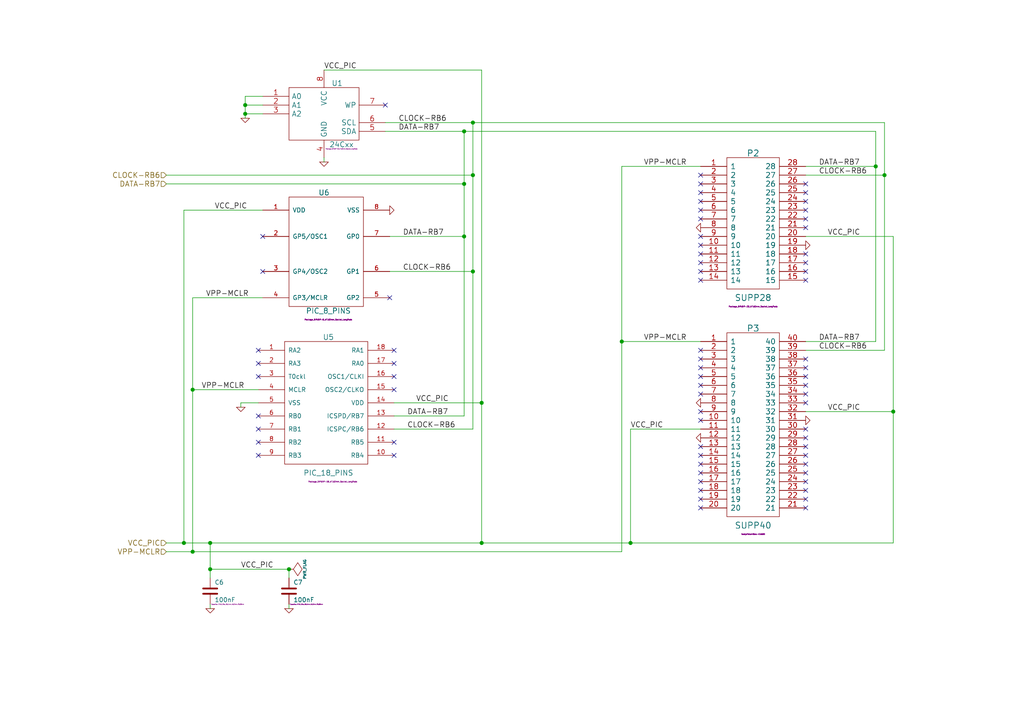
<source format=kicad_sch>
(kicad_sch (version 20231120) (generator "eeschema") (generator_version "8.0")
  (paper "A4")
  (title_block (title "JDM - COM84 PIC Programmer with 13V DC/DC converter") (date "Sun 22 Mar 2015") (rev "3") (company "KiCad"))
  (lib_symbols
    (symbol "pic_programmer_schlib:24C16" (pin_names (offset 0.762))
      (property "Reference" "U" (at 3.81 8.89 0))
      (property "Value" "24C16" (at 5.08 -8.89 0))
      (symbol "24C16_0_0"
        (pin power_in line (at 0 -12.7 90) (length 5.08) (name "GND") (number "4"))
        (pin power_in line (at 0 12.7 270) (length 5.08) (name "VCC") (number "8"))
      )
      (symbol "24C16_1_1"
        (rectangle (start -10.16 -7.62) (end 10.16 7.62))
        (pin input line (at -17.78 5.08 0) (length 7.62) (name "A0") (number "1"))
        (pin input line (at -17.78 2.54 0) (length 7.62) (name "A1") (number "2"))
        (pin input line (at -17.78 0 0) (length 7.62) (name "A2") (number "3"))
        (pin bidirectional line (at 17.78 -5.08 180) (length 7.62) (name "SDA") (number "5"))
        (pin input line (at 17.78 -2.54 180) (length 7.62) (name "SCL") (number "6"))
        (pin input line (at 17.78 2.54 180) (length 7.62) (name "WP") (number "7"))
      )
    )
    (symbol "pic_programmer_schlib:C" (pin_numbers hide) (pin_names (offset 0.254))
      (property "Reference" "C" (at 0.635 2.54 0))
      (property "Value" "C" (at 0.635 -2.54 0))
      (symbol "C_0_1"
        (polyline (pts (xy -2.032 -0.762) (xy 2.032 -0.762)) (stroke (width 0.508)))
        (polyline (pts (xy -2.032 0.762) (xy 2.032 0.762)) (stroke (width 0.508)))
      )
      (symbol "C_1_1"
        (pin passive line (at 0 3.81 270) (length 2.794) (name "~") (number "1"))
        (pin passive line (at 0 -3.81 90) (length 2.794) (name "~") (number "2"))
      )
    )
    (symbol "pic_programmer_schlib:GND" (power) (pin_names (offset 0))
      (symbol "GND_0_1"
        (polyline (pts (xy -1.27 0) (xy 0 -1.27) (xy 1.27 0) (xy -1.27 0)))
      )
      (symbol "GND_1_1"
        (pin power_in line (at 0 0 90) (length 0) hide (name "GND") (number "1"))
      )
    )
    (symbol "pic_programmer_schlib:PIC12C508A" (pin_names (offset 1.016))
      (property "Reference" "U" (at 0 17.78 0))
      (property "Value" "PIC12C508A" (at 0 -16.51 0))
      (symbol "PIC12C508A_0_1"
        (rectangle (start 10.16 -15.24) (end -11.43 16.51))
      )
      (symbol "PIC12C508A_1_1"
        (pin power_in line (at -19.05 12.7 0) (length 7.62) (name "VDD") (number "1"))
        (pin input line (at -19.05 5.08 0) (length 7.62) (name "GP5/OSC1") (number "2"))
        (pin input line (at -19.05 -5.08 0) (length 7.62) (name "GP4/OSC2") (number "3"))
        (pin input line (at -19.05 -12.7 0) (length 7.62) (name "GP3/MCLR") (number "4"))
        (pin input line (at 17.78 -12.7 180) (length 7.62) (name "GP2") (number "5"))
        (pin input line (at 17.78 -5.08 180) (length 7.62) (name "GP1") (number "6"))
        (pin input line (at 17.78 5.08 180) (length 7.62) (name "GP0") (number "7"))
        (pin power_in line (at 17.78 12.7 180) (length 7.62) (name "VSS") (number "8"))
      )
      (symbol "PIC12C508A_1_2"
        (pin power_in line (at -19.05 12.7 0) (length 7.62) (name "VDD") (number "1"))
        (pin input line (at -19.05 5.08 0) (length 7.62) (name "GP5/OSC1") (number "2"))
        (pin input line (at -19.05 -5.08 0) (length 7.62) (name "GP4/OSC2") (number "3"))
        (pin input line (at -19.05 -12.7 0) (length 7.62) (name "GP3/MCLR") (number "4"))
        (pin input line (at 17.78 -12.7 180) (length 7.62) (name "GP2") (number "5"))
        (pin input line (at 17.78 -5.08 180) (length 7.62) (name "GP1") (number "6"))
        (pin input line (at 17.78 5.08 180) (length 7.62) (name "GP0") (number "7"))
        (pin power_in line (at 17.78 12.7 180) (length 7.62) (name "VSS") (number "8"))
      )
    )
    (symbol "pic_programmer_schlib:PIC16F54" (pin_names (offset 1.016))
      (property "Reference" "U?" (at 0 -19.05 0))
      (property "Value" "PIC16F54" (at 0 20.32 0))
      (symbol "PIC16F54_0_1"
        (rectangle (start -12.7 17.78) (end 11.43 -17.78))
      )
      (symbol "PIC16F54_1_1"
        (pin bidirectional line (at -20.32 15.24 0) (length 7.62) (name "RA2") (number "1"))
        (pin bidirectional line (at 19.05 -15.24 180) (length 7.62) (name "RB4") (number "10"))
        (pin bidirectional line (at 19.05 -11.43 180) (length 7.62) (name "RB5") (number "11"))
        (pin bidirectional line (at 19.05 -7.62 180) (length 7.62) (name "ICSPC/RB6") (number "12"))
        (pin bidirectional line (at 19.05 -3.81 180) (length 7.62) (name "ICSPD/RB7") (number "13"))
        (pin power_in line (at 19.05 0 180) (length 7.62) (name "VDD") (number "14"))
        (pin output line (at 19.05 3.81 180) (length 7.62) (name "OSC2/CLKO") (number "15"))
        (pin input line (at 19.05 7.62 180) (length 7.62) (name "OSC1/CLKI") (number "16"))
        (pin bidirectional line (at 19.05 11.43 180) (length 7.62) (name "RA0") (number "17"))
        (pin bidirectional line (at 19.05 15.24 180) (length 7.62) (name "RA1") (number "18"))
        (pin bidirectional line (at -20.32 11.43 0) (length 7.62) (name "RA3") (number "2"))
        (pin output line (at -20.32 7.62 0) (length 7.62) (name "T0ckl") (number "3"))
        (pin input line (at -20.32 3.81 0) (length 7.62) (name "MCLR") (number "4"))
        (pin power_in line (at -20.32 0 0) (length 7.62) (name "VSS") (number "5"))
        (pin bidirectional line (at -20.32 -3.81 0) (length 7.62) (name "RB0") (number "6"))
        (pin bidirectional line (at -20.32 -7.62 0) (length 7.62) (name "RB1") (number "7"))
        (pin bidirectional line (at -20.32 -11.43 0) (length 7.62) (name "RB2") (number "8"))
        (pin bidirectional line (at -20.32 -15.24 0) (length 7.62) (name "RB3") (number "9"))
      )
      (symbol "PIC16F54_1_2"
        (pin bidirectional line (at -20.32 15.24 0) (length 7.62) (name "RA2") (number "1"))
        (pin bidirectional line (at 19.05 -15.24 180) (length 7.62) (name "RB4") (number "10"))
        (pin bidirectional line (at 19.05 -11.43 180) (length 7.62) (name "RB5") (number "11"))
        (pin bidirectional line (at 19.05 -7.62 180) (length 7.62) (name "ICSPC/RB6") (number "12"))
        (pin bidirectional line (at 19.05 -3.81 180) (length 7.62) (name "ICSPD/RB7") (number "13"))
        (pin power_in line (at 19.05 0 180) (length 7.62) (name "VDD") (number "14"))
        (pin output line (at 19.05 3.81 180) (length 7.62) (name "OSC2/CLKO") (number "15"))
        (pin input line (at 19.05 7.62 180) (length 7.62) (name "OSC1/CLKI") (number "16"))
        (pin bidirectional line (at 19.05 11.43 180) (length 7.62) (name "RA0") (number "17"))
        (pin bidirectional line (at 19.05 15.24 180) (length 7.62) (name "RA1") (number "18"))
        (pin bidirectional line (at -20.32 11.43 0) (length 7.62) (name "RA3") (number "2"))
        (pin output line (at -20.32 7.62 0) (length 7.62) (name "T0ckl") (number "3"))
        (pin input line (at -20.32 3.81 0) (length 7.62) (name "MCLR") (number "4"))
        (pin power_in line (at -20.32 0 0) (length 7.62) (name "VSS") (number "5"))
        (pin bidirectional line (at -20.32 -3.81 0) (length 7.62) (name "RB0") (number "6"))
        (pin bidirectional line (at -20.32 -7.62 0) (length 7.62) (name "RB1") (number "7"))
        (pin bidirectional line (at -20.32 -11.43 0) (length 7.62) (name "RB2") (number "8"))
        (pin bidirectional line (at -20.32 -15.24 0) (length 7.62) (name "RB3") (number "9"))
      )
    )
    (symbol "pic_programmer_schlib:PWR_FLAG" (power) (pin_numbers hide) (pin_names (offset 0) hide)
      (property "Value" "PWR_FLAG" (at 0 4.572 0))
      (symbol "PWR_FLAG_0_0"
        (pin power_out line (at 0 0 90) (length 0) (name "pwr") (number "1"))
      )
      (symbol "PWR_FLAG_0_1"
        (polyline (pts (xy 0 0) (xy 0 1.27) (xy -1.905 2.54) (xy 0 3.81) (xy 1.905 2.54) (xy 0 1.27)))
      )
    )
    (symbol "pic_programmer_schlib:SUPP28" (pin_names (offset 1.016))
      (property "Reference" "J" (at 0 2.54 0))
      (property "Value" "SUPP28" (at 0 -2.54 0))
      (symbol "SUPP28_0_1"
        (rectangle (start -7.62 -19.05) (end 7.62 19.05))
      )
      (symbol "SUPP28_1_1"
        (pin passive line (at -15.24 16.51 0) (length 7.62) (name "1") (number "1"))
        (pin passive line (at -15.24 -6.35 0) (length 7.62) (name "10") (number "10"))
        (pin passive line (at -15.24 -8.89 0) (length 7.62) (name "11") (number "11"))
        (pin passive line (at -15.24 -11.43 0) (length 7.62) (name "12") (number "12"))
        (pin passive line (at -15.24 -13.97 0) (length 7.62) (name "13") (number "13"))
        (pin passive line (at -15.24 -16.51 0) (length 7.62) (name "14") (number "14"))
        (pin passive line (at 15.24 -16.51 180) (length 7.62) (name "15") (number "15"))
        (pin passive line (at 15.24 -13.97 180) (length 7.62) (name "16") (number "16"))
        (pin passive line (at 15.24 -11.43 180) (length 7.62) (name "17") (number "17"))
        (pin passive line (at 15.24 -8.89 180) (length 7.62) (name "18") (number "18"))
        (pin passive line (at 15.24 -6.35 180) (length 7.62) (name "19") (number "19"))
        (pin passive line (at -15.24 13.97 0) (length 7.62) (name "2") (number "2"))
        (pin passive line (at 15.24 -3.81 180) (length 7.62) (name "20") (number "20"))
        (pin passive line (at 15.24 -1.27 180) (length 7.62) (name "21") (number "21"))
        (pin passive line (at 15.24 1.27 180) (length 7.62) (name "22") (number "22"))
        (pin passive line (at 15.24 3.81 180) (length 7.62) (name "23") (number "23"))
        (pin passive line (at 15.24 6.35 180) (length 7.62) (name "24") (number "24"))
        (pin passive line (at 15.24 8.89 180) (length 7.62) (name "25") (number "25"))
        (pin passive line (at 15.24 11.43 180) (length 7.62) (name "26") (number "26"))
        (pin passive line (at 15.24 13.97 180) (length 7.62) (name "27") (number "27"))
        (pin passive line (at 15.24 16.51 180) (length 7.62) (name "28") (number "28"))
        (pin passive line (at -15.24 11.43 0) (length 7.62) (name "3") (number "3"))
        (pin passive line (at -15.24 8.89 0) (length 7.62) (name "4") (number "4"))
        (pin passive line (at -15.24 6.35 0) (length 7.62) (name "5") (number "5"))
        (pin passive line (at -15.24 3.81 0) (length 7.62) (name "6") (number "6"))
        (pin passive line (at -15.24 1.27 0) (length 7.62) (name "7") (number "7"))
        (pin passive line (at -15.24 -1.27 0) (length 7.62) (name "8") (number "8"))
        (pin passive line (at -15.24 -3.81 0) (length 7.62) (name "9") (number "9"))
      )
    )
    (symbol "pic_programmer_schlib:SUPP40" (pin_names (offset 1.016))
      (property "Reference" "P" (at 0 27.94 0))
      (property "Value" "SUPP40" (at 0 -27.94 0))
      (symbol "SUPP40_0_1"
        (rectangle (start -7.62 -26.67) (end 7.62 26.67))
      )
      (symbol "SUPP40_1_1"
        (pin passive line (at -15.24 24.13 0) (length 7.62) (name "1") (number "1"))
        (pin passive line (at -15.24 1.27 0) (length 7.62) (name "10") (number "10"))
        (pin passive line (at -15.24 -1.27 0) (length 7.62) (name "11") (number "11"))
        (pin passive line (at -15.24 -3.81 0) (length 7.62) (name "12") (number "12"))
        (pin passive line (at -15.24 -6.35 0) (length 7.62) (name "13") (number "13"))
        (pin passive line (at -15.24 -8.89 0) (length 7.62) (name "14") (number "14"))
        (pin passive line (at -15.24 -11.43 0) (length 7.62) (name "15") (number "15"))
        (pin passive line (at -15.24 -13.97 0) (length 7.62) (name "16") (number "16"))
        (pin passive line (at -15.24 -16.51 0) (length 7.62) (name "17") (number "17"))
        (pin passive line (at -15.24 -19.05 0) (length 7.62) (name "18") (number "18"))
        (pin passive line (at -15.24 -21.59 0) (length 7.62) (name "19") (number "19"))
        (pin passive line (at -15.24 21.59 0) (length 7.62) (name "2") (number "2"))
        (pin passive line (at -15.24 -24.13 0) (length 7.62) (name "20") (number "20"))
        (pin passive line (at 15.24 -24.13 180) (length 7.62) (name "21") (number "21"))
        (pin passive line (at 15.24 -21.59 180) (length 7.62) (name "22") (number "22"))
        (pin passive line (at 15.24 -19.05 180) (length 7.62) (name "23") (number "23"))
        (pin passive line (at 15.24 -16.51 180) (length 7.62) (name "24") (number "24"))
        (pin passive line (at 15.24 -13.97 180) (length 7.62) (name "25") (number "25"))
        (pin passive line (at 15.24 -11.43 180) (length 7.62) (name "26") (number "26"))
        (pin passive line (at 15.24 -8.89 180) (length 7.62) (name "27") (number "27"))
        (pin passive line (at 15.24 -6.35 180) (length 7.62) (name "28") (number "28"))
        (pin passive line (at 15.24 -3.81 180) (length 7.62) (name "29") (number "29"))
        (pin passive line (at -15.24 19.05 0) (length 7.62) (name "3") (number "3"))
        (pin passive line (at 15.24 -1.27 180) (length 7.62) (name "30") (number "30"))
        (pin passive line (at 15.24 1.27 180) (length 7.62) (name "31") (number "31"))
        (pin passive line (at 15.24 3.81 180) (length 7.62) (name "32") (number "32"))
        (pin passive line (at 15.24 6.35 180) (length 7.62) (name "33") (number "33"))
        (pin passive line (at 15.24 8.89 180) (length 7.62) (name "34") (number "34"))
        (pin passive line (at 15.24 11.43 180) (length 7.62) (name "35") (number "35"))
        (pin passive line (at 15.24 13.97 180) (length 7.62) (name "36") (number "36"))
        (pin passive line (at 15.24 16.51 180) (length 7.62) (name "37") (number "37"))
        (pin passive line (at 15.24 19.05 180) (length 7.62) (name "38") (number "38"))
        (pin passive line (at 15.24 21.59 180) (length 7.62) (name "39") (number "39"))
        (pin passive line (at -15.24 16.51 0) (length 7.62) (name "4") (number "4"))
        (pin passive line (at 15.24 24.13 180) (length 7.62) (name "40") (number "40"))
        (pin passive line (at -15.24 13.97 0) (length 7.62) (name "5") (number "5"))
        (pin passive line (at -15.24 11.43 0) (length 7.62) (name "6") (number "6"))
        (pin passive line (at -15.24 8.89 0) (length 7.62) (name "7") (number "7"))
        (pin passive line (at -15.24 6.35 0) (length 7.62) (name "8") (number "8"))
        (pin passive line (at -15.24 3.81 0) (length 7.62) (name "9") (number "9"))
      )
    )
  )
  (junction (at 180.34 99.06) (diameter 1.016))
  (junction (at 55.88 160.02) (diameter 1.016))
  (junction (at 259.08 119.38) (diameter 1.016))
  (junction (at 83.82 165.1) (diameter 1.016))
  (junction (at 137.16 35.56) (diameter 1.016))
  (junction (at 182.88 157.48) (diameter 1.016))
  (junction (at 254 48.26) (diameter 1.016))
  (junction (at 256.54 50.8) (diameter 1.016))
  (junction (at 60.96 165.1) (diameter 1.016))
  (junction (at 137.16 50.8) (diameter 1.016))
  (junction (at 134.62 68.58) (diameter 1.016))
  (junction (at 71.12 30.48) (diameter 1.016))
  (junction (at 55.88 113.03) (diameter 1.016))
  (junction (at 137.16 78.74) (diameter 1.016))
  (junction (at 139.7 157.48) (diameter 1.016))
  (junction (at 139.7 116.84) (diameter 1.016))
  (junction (at 71.12 33.02) (diameter 1.016))
  (junction (at 53.34 157.48) (diameter 1.016))
  (junction (at 134.62 38.1) (diameter 1.016))
  (junction (at 134.62 53.34) (diameter 1.016))
  (junction (at 60.96 157.48) (diameter 1.016))
  (no_connect (at 233.68 66.04))
  (no_connect (at 74.93 105.41))
  (no_connect (at 203.2 68.58))
  (no_connect (at 203.2 81.28))
  (no_connect (at 233.68 63.5))
  (no_connect (at 233.68 73.66))
  (no_connect (at 233.68 109.22))
  (no_connect (at 233.68 116.84))
  (no_connect (at 233.68 139.7))
  (no_connect (at 203.2 104.14))
  (no_connect (at 233.68 76.2))
  (no_connect (at 74.93 120.65))
  (no_connect (at 114.3 113.03))
  (no_connect (at 76.2 68.58))
  (no_connect (at 203.2 78.74))
  (no_connect (at 203.2 53.34))
  (no_connect (at 203.2 101.6))
  (no_connect (at 203.2 109.22))
  (no_connect (at 203.2 58.42))
  (no_connect (at 203.2 73.66))
  (no_connect (at 74.93 109.22))
  (no_connect (at 233.68 60.96))
  (no_connect (at 203.2 106.68))
  (no_connect (at 203.2 60.96))
  (no_connect (at 114.3 132.08))
  (no_connect (at 233.68 81.28))
  (no_connect (at 203.2 139.7))
  (no_connect (at 233.68 78.74))
  (no_connect (at 203.2 121.92))
  (no_connect (at 233.68 106.68))
  (no_connect (at 203.2 142.24))
  (no_connect (at 203.2 114.3))
  (no_connect (at 233.68 55.88))
  (no_connect (at 203.2 132.08))
  (no_connect (at 233.68 144.78))
  (no_connect (at 203.2 129.54))
  (no_connect (at 233.68 124.46))
  (no_connect (at 114.3 101.6))
  (no_connect (at 74.93 132.08))
  (no_connect (at 233.68 114.3))
  (no_connect (at 203.2 63.5))
  (no_connect (at 233.68 111.76))
  (no_connect (at 203.2 76.2))
  (no_connect (at 203.2 50.8))
  (no_connect (at 111.76 30.48))
  (no_connect (at 233.68 134.62))
  (no_connect (at 233.68 132.08))
  (no_connect (at 233.68 129.54))
  (no_connect (at 114.3 105.41))
  (no_connect (at 113.03 86.36))
  (no_connect (at 74.93 101.6))
  (no_connect (at 203.2 55.88))
  (no_connect (at 203.2 137.16))
  (no_connect (at 74.93 128.27))
  (no_connect (at 114.3 109.22))
  (no_connect (at 203.2 134.62))
  (no_connect (at 114.3 128.27))
  (no_connect (at 76.2 78.74))
  (no_connect (at 233.68 53.34))
  (no_connect (at 74.93 124.46))
  (no_connect (at 203.2 71.12))
  (no_connect (at 203.2 144.78))
  (no_connect (at 233.68 147.32))
  (no_connect (at 203.2 119.38))
  (no_connect (at 233.68 142.24))
  (no_connect (at 203.2 147.32))
  (no_connect (at 203.2 111.76))
  (no_connect (at 233.68 58.42))
  (no_connect (at 233.68 137.16))
  (no_connect (at 233.68 104.14))
  (no_connect (at 233.68 127))
  (wire (pts (xy 76.2 33.02) (xy 71.12 33.02)))
  (wire (pts (xy 137.16 124.46) (xy 114.3 124.46)))
  (wire (pts (xy 203.2 124.46) (xy 182.88 124.46)))
  (wire (pts (xy 259.08 157.48) (xy 259.08 119.38)))
  (wire (pts (xy 53.34 60.96) (xy 76.2 60.96)))
  (wire (pts (xy 48.26 157.48) (xy 53.34 157.48)))
  (wire (pts (xy 83.82 165.1) (xy 60.96 165.1)))
  (wire (pts (xy 134.62 53.34) (xy 134.62 68.58)))
  (wire (pts (xy 137.16 50.8) (xy 137.16 78.74)))
  (wire (pts (xy 182.88 124.46) (xy 182.88 157.48)))
  (wire (pts (xy 74.93 116.84) (xy 69.85 116.84)))
  (wire (pts (xy 180.34 99.06) (xy 180.34 160.02)))
  (wire (pts (xy 83.82 167.64) (xy 83.82 165.1)))
  (wire (pts (xy 111.76 38.1) (xy 134.62 38.1)))
  (wire (pts (xy 180.34 99.06) (xy 203.2 99.06)))
  (wire (pts (xy 256.54 101.6) (xy 233.68 101.6)))
  (wire (pts (xy 60.96 157.48) (xy 139.7 157.48)))
  (wire (pts (xy 259.08 119.38) (xy 259.08 68.58)))
  (wire (pts (xy 259.08 68.58) (xy 233.68 68.58)))
  (wire (pts (xy 134.62 38.1) (xy 254 38.1)))
  (wire (pts (xy 71.12 30.48) (xy 76.2 30.48)))
  (wire (pts (xy 71.12 27.94) (xy 71.12 30.48)))
  (wire (pts (xy 134.62 38.1) (xy 134.62 53.34)))
  (wire (pts (xy 55.88 160.02) (xy 48.26 160.02)))
  (wire (pts (xy 139.7 157.48) (xy 182.88 157.48)))
  (wire (pts (xy 53.34 157.48) (xy 60.96 157.48)))
  (wire (pts (xy 137.16 78.74) (xy 113.03 78.74)))
  (wire (pts (xy 71.12 33.02) (xy 71.12 34.29)))
  (wire (pts (xy 55.88 86.36) (xy 55.88 113.03)))
  (wire (pts (xy 139.7 20.32) (xy 93.98 20.32)))
  (wire (pts (xy 71.12 30.48) (xy 71.12 33.02)))
  (wire (pts (xy 137.16 35.56) (xy 137.16 50.8)))
  (wire (pts (xy 180.34 48.26) (xy 180.34 99.06)))
  (wire (pts (xy 111.76 35.56) (xy 137.16 35.56)))
  (wire (pts (xy 254 48.26) (xy 254 99.06)))
  (wire (pts (xy 139.7 116.84) (xy 139.7 20.32)))
  (wire (pts (xy 60.96 175.26) (xy 60.96 176.53)))
  (wire (pts (xy 137.16 78.74) (xy 137.16 124.46)))
  (wire (pts (xy 254 99.06) (xy 233.68 99.06)))
  (wire (pts (xy 256.54 35.56) (xy 256.54 50.8)))
  (wire (pts (xy 53.34 60.96) (xy 53.34 157.48)))
  (wire (pts (xy 48.26 50.8) (xy 137.16 50.8)))
  (wire (pts (xy 182.88 157.48) (xy 259.08 157.48)))
  (wire (pts (xy 139.7 116.84) (xy 114.3 116.84)))
  (wire (pts (xy 48.26 53.34) (xy 134.62 53.34)))
  (wire (pts (xy 76.2 86.36) (xy 55.88 86.36)))
  (wire (pts (xy 256.54 50.8) (xy 256.54 101.6)))
  (wire (pts (xy 60.96 157.48) (xy 60.96 165.1)))
  (wire (pts (xy 93.98 46.99) (xy 93.98 45.72)))
  (wire (pts (xy 254 38.1) (xy 254 48.26)))
  (wire (pts (xy 139.7 157.48) (xy 139.7 116.84)))
  (wire (pts (xy 233.68 50.8) (xy 256.54 50.8)))
  (wire (pts (xy 259.08 119.38) (xy 233.68 119.38)))
  (wire (pts (xy 180.34 48.26) (xy 203.2 48.26)))
  (wire (pts (xy 137.16 35.56) (xy 256.54 35.56)))
  (wire (pts (xy 55.88 113.03) (xy 55.88 160.02)))
  (wire (pts (xy 134.62 68.58) (xy 134.62 120.65)))
  (wire (pts (xy 71.12 27.94) (xy 76.2 27.94)))
  (wire (pts (xy 69.85 116.84) (xy 69.85 118.11)))
  (wire (pts (xy 60.96 165.1) (xy 60.96 167.64)))
  (wire (pts (xy 83.82 175.26) (xy 83.82 176.53)))
  (wire (pts (xy 134.62 120.65) (xy 114.3 120.65)))
  (wire (pts (xy 55.88 113.03) (xy 74.93 113.03)))
  (wire (pts (xy 134.62 68.58) (xy 113.03 68.58)))
  (wire (pts (xy 233.68 48.26) (xy 254 48.26)))
  (wire (pts (xy 180.34 160.02) (xy 55.88 160.02)))
  (label "VCC_PIC" (at 93.98 20.32 0) (effects (font (size 1.524 1.524))))
  (label "CLOCK-RB6" (at 115.57 35.56 0) (effects (font (size 1.524 1.524))))
  (label "VCC_PIC" (at 120.65 116.84 0) (effects (font (size 1.524 1.524))))
  (label "VCC_PIC" (at 69.85 165.1 0) (effects (font (size 1.524 1.524))))
  (label "VCC_PIC" (at 240.03 68.58 0) (effects (font (size 1.524 1.524))))
  (label "DATA-RB7" (at 237.49 48.26 0) (effects (font (size 1.524 1.524))))
  (label "VPP-MCLR" (at 58.42 113.03 0) (effects (font (size 1.524 1.524))))
  (label "CLOCK-RB6" (at 237.49 50.8 0) (effects (font (size 1.524 1.524))))
  (label "CLOCK-RB6" (at 237.49 101.6 0) (effects (font (size 1.524 1.524))))
  (label "DATA-RB7" (at 237.49 99.06 0) (effects (font (size 1.524 1.524))))
  (label "VPP-MCLR" (at 186.69 48.26 0) (effects (font (size 1.524 1.524))))
  (label "DATA-RB7" (at 115.57 38.1 0) (effects (font (size 1.524 1.524))))
  (label "VCC_PIC" (at 182.88 124.46 0) (effects (font (size 1.524 1.524))))
  (label "VCC_PIC" (at 240.03 119.38 0) (effects (font (size 1.524 1.524))))
  (label "DATA-RB7" (at 118.11 120.65 0) (effects (font (size 1.524 1.524))))
  (label "VPP-MCLR" (at 186.69 99.06 0) (effects (font (size 1.524 1.524))))
  (label "VPP-MCLR" (at 59.69 86.36 0) (effects (font (size 1.524 1.524))))
  (label "DATA-RB7" (at 116.84 68.58 0) (effects (font (size 1.524 1.524))))
  (label "CLOCK-RB6" (at 116.84 78.74 0) (effects (font (size 1.524 1.524))))
  (label "VCC_PIC" (at 62.23 60.96 0) (effects (font (size 1.524 1.524))))
  (label "CLOCK-RB6" (at 118.11 124.46 0) (effects (font (size 1.524 1.524))))
  (hierarchical_label "VCC_PIC" (shape input) (at 48.26 157.48 180) (effects (font (size 1.524 1.524))))
  (hierarchical_label "CLOCK-RB6" (shape input) (at 48.26 50.8 180) (effects (font (size 1.524 1.524))))
  (hierarchical_label "VPP-MCLR" (shape input) (at 48.26 160.02 180) (effects (font (size 1.524 1.524))))
  (hierarchical_label "DATA-RB7" (shape input) (at 48.26 53.34 180) (effects (font (size 1.524 1.524))))
  (symbol (lib_id "pic_programmer_schlib:PIC12C508A") (at 95.25 73.66 0) (unit 1)
    (property "Reference" "U6" (at 93.98 55.88 0) (effects (font (size 1.524 1.524))))
    (property "Value" "PIC_8_PINS" (at 95.25 90.17 0) (effects (font (size 1.524 1.524))))
    (property "Footprint" "Package_DIP:DIP-8_W7.62mm_Socket_LongPads" (at 95.25 92.71 0) (effects (font (size 0.381 0.381))))
  )
  (symbol (lib_id "pic_programmer_schlib:PIC16F54") (at 95.25 116.84 0) (unit 1)
    (property "Reference" "U5" (at 95.25 97.79 0) (effects (font (size 1.524 1.524))))
    (property "Value" "PIC_18_PINS" (at 95.25 137.16 0) (effects (font (size 1.524 1.524))))
    (property "Footprint" "Package_DIP:DIP-18_W7.62mm_Socket_LongPads" (at 96.52 139.7 0) (effects (font (size 0.381 0.381))))
  )
  (symbol (lib_id "pic_programmer_schlib:GND") (at 113.03 60.96 90) (unit 1)
    (property "Reference" "#PWR045" (effects (hide yes)))
    (property "Value" "GND" (effects (hide yes)))
  )
  (symbol (lib_id "pic_programmer_schlib:GND") (at 69.85 118.11 0) (unit 1)
    (property "Reference" "#PWR044" (effects (hide yes)))
    (property "Value" "GND" (effects (hide yes)))
  )
  (symbol (lib_id "pic_programmer_schlib:GND") (at 203.2 127 270) (unit 1)
    (property "Reference" "#PWR036" (effects (hide yes)))
    (property "Value" "GND" (effects (hide yes)))
  )
  (symbol (lib_id "pic_programmer_schlib:24C16") (at 93.98 33.02 0) (unit 1)
    (property "Reference" "U1" (at 97.79 24.13 0) (effects (font (size 1.524 1.524))))
    (property "Value" "24Cxx" (at 99.06 41.91 0) (effects (font (size 1.524 1.524))))
    (property "Footprint" "Package_DIP:DIP-8_W7.62mm_Socket_LongPads" (at 99.06 43.18 0) (effects (font (size 0.254 0.254))))
  )
  (symbol (lib_id "pic_programmer_schlib:GND") (at 71.12 34.29 0) (unit 1)
    (property "Reference" "#PWR043" (effects (hide yes)))
    (property "Value" "GND" (effects (hide yes)))
  )
  (symbol (lib_id "pic_programmer_schlib:SUPP40") (at 218.44 123.19 0) (unit 1)
    (property "Reference" "P3" (at 218.44 95.25 0) (effects (font (size 1.778 1.778))))
    (property "Value" "SUPP40" (at 218.44 152.4 0) (effects (font (size 1.778 1.778))))
    (property "Footprint" "footprints:40tex-Ell600" (at 218.44 154.94 0) (effects (font (size 0.381 0.381))))
  )
  (symbol (lib_id "pic_programmer_schlib:GND") (at 233.68 121.92 90) (unit 1)
    (property "Reference" "#PWR042" (effects (hide yes)))
    (property "Value" "GND" (effects (hide yes)))
  )
  (symbol (lib_id "pic_programmer_schlib:C") (at 60.96 171.45 0) (unit 1)
    (property "Reference" "C6" (at 62.23 168.91 0) (effects (justify left)))
    (property "Value" "100nF" (at 62.23 173.99 0) (effects (justify left)))
    (property "Footprint" "Capacitor_THT:C_Disc_D5.1mm_W3.2mm_P5.00mm" (at 66.04 175.26 0) (effects (font (size 0.254 0.254))))
  )
  (symbol (lib_id "pic_programmer_schlib:GND") (at 60.96 176.53 0) (unit 1)
    (property "Reference" "#PWR041" (effects (hide yes)))
    (property "Value" "GND" (effects (hide yes)))
  )
  (symbol (lib_id "pic_programmer_schlib:C") (at 83.82 171.45 0) (unit 1)
    (property "Reference" "C7" (at 85.09 168.91 0) (effects (justify left)))
    (property "Value" "100nF" (at 85.09 173.99 0) (effects (justify left)))
    (property "Footprint" "Capacitor_THT:C_Disc_D5.1mm_W3.2mm_P5.00mm" (at 88.9 175.26 0) (effects (font (size 0.254 0.254))))
  )
  (symbol (lib_id "pic_programmer_schlib:GND") (at 83.82 176.53 0) (unit 1)
    (property "Reference" "#PWR040" (effects (hide yes)))
    (property "Value" "GND" (effects (hide yes)))
  )
  (symbol (lib_id "pic_programmer_schlib:SUPP28") (at 218.44 64.77 0) (unit 1)
    (property "Reference" "P2" (at 218.44 44.45 0) (effects (font (size 1.778 1.778))))
    (property "Value" "SUPP28" (at 218.44 86.36 0) (effects (font (size 1.778 1.778))))
    (property "Footprint" "Package_DIP:DIP-28_W7.62mm_Socket_LongPads" (at 218.44 88.9 0) (effects (font (size 0.381 0.381))))
  )
  (symbol (lib_id "pic_programmer_schlib:GND") (at 203.2 66.04 270) (unit 1)
    (property "Reference" "#PWR039" (effects (hide yes)))
    (property "Value" "GND" (effects (hide yes)))
  )
  (symbol (lib_id "pic_programmer_schlib:GND") (at 233.68 71.12 90) (unit 1)
    (property "Reference" "#PWR038" (effects (hide yes)))
    (property "Value" "GND" (effects (hide yes)))
  )
  (symbol (lib_id "pic_programmer_schlib:GND") (at 203.2 116.84 270) (unit 1)
    (property "Reference" "#PWR037" (effects (hide yes)))
    (property "Value" "GND" (effects (hide yes)))
  )
  (symbol (lib_id "pic_programmer_schlib:GND") (at 93.98 46.99 0) (unit 1)
    (property "Reference" "#PWR046" (effects (hide yes)))
    (property "Value" "GND" (effects (hide yes)))
  )
  (symbol (lib_id "pic_programmer_schlib:PWR_FLAG") (at 83.82 165.1 270) (unit 1)
    (property "Reference" "#FLG047" (effects (hide yes)))
    (property "Value" "PWR_FLAG" (at 88.392 165.1 0) (effects (font (size 0.762 0.762))))
  )
)
</source>
